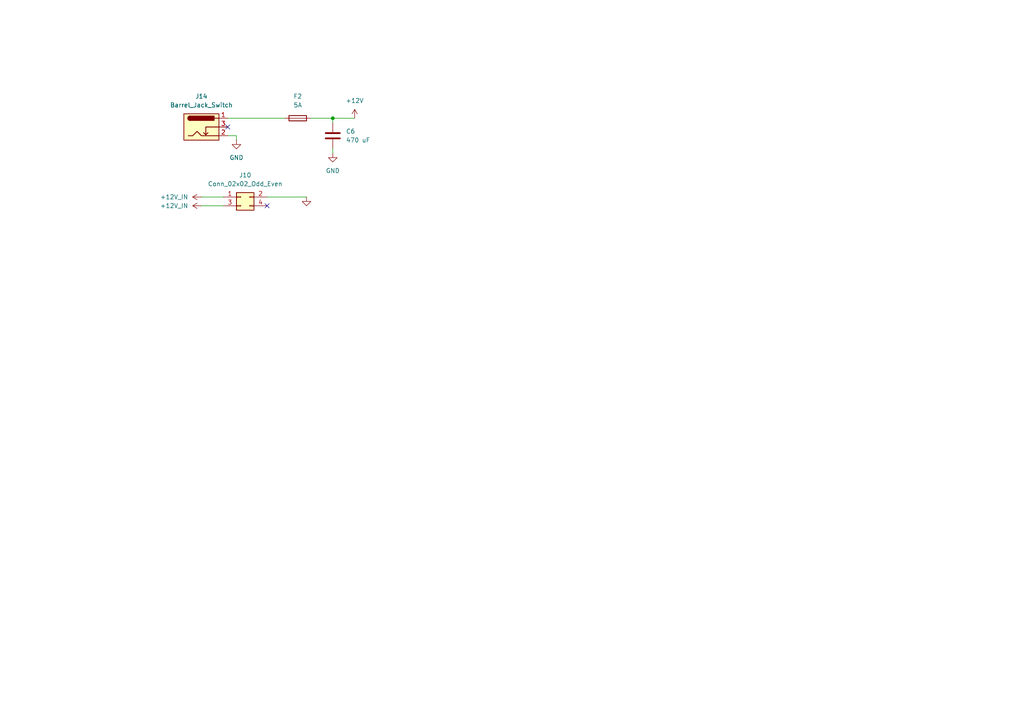
<source format=kicad_sch>
(kicad_sch
	(version 20250114)
	(generator "eeschema")
	(generator_version "9.0")
	(uuid "d95ee64c-d1e3-4d0f-b6e4-566c2b6bec3b")
	(paper "A4")
	(lib_symbols
		(symbol "Connector:Barrel_Jack_Switch"
			(pin_names
				(hide yes)
			)
			(exclude_from_sim no)
			(in_bom yes)
			(on_board yes)
			(property "Reference" "J"
				(at 0 5.334 0)
				(effects
					(font
						(size 1.27 1.27)
					)
				)
			)
			(property "Value" "Barrel_Jack_Switch"
				(at 0 -5.08 0)
				(effects
					(font
						(size 1.27 1.27)
					)
				)
			)
			(property "Footprint" ""
				(at 1.27 -1.016 0)
				(effects
					(font
						(size 1.27 1.27)
					)
					(hide yes)
				)
			)
			(property "Datasheet" "~"
				(at 1.27 -1.016 0)
				(effects
					(font
						(size 1.27 1.27)
					)
					(hide yes)
				)
			)
			(property "Description" "DC Barrel Jack with an internal switch"
				(at 0 0 0)
				(effects
					(font
						(size 1.27 1.27)
					)
					(hide yes)
				)
			)
			(property "ki_keywords" "DC power barrel jack connector"
				(at 0 0 0)
				(effects
					(font
						(size 1.27 1.27)
					)
					(hide yes)
				)
			)
			(property "ki_fp_filters" "BarrelJack*"
				(at 0 0 0)
				(effects
					(font
						(size 1.27 1.27)
					)
					(hide yes)
				)
			)
			(symbol "Barrel_Jack_Switch_0_1"
				(rectangle
					(start -5.08 3.81)
					(end 5.08 -3.81)
					(stroke
						(width 0.254)
						(type default)
					)
					(fill
						(type background)
					)
				)
				(polyline
					(pts
						(xy -3.81 -2.54) (xy -2.54 -2.54) (xy -1.27 -1.27) (xy 0 -2.54) (xy 2.54 -2.54) (xy 5.08 -2.54)
					)
					(stroke
						(width 0.254)
						(type default)
					)
					(fill
						(type none)
					)
				)
				(arc
					(start -3.302 1.905)
					(mid -3.9343 2.54)
					(end -3.302 3.175)
					(stroke
						(width 0.254)
						(type default)
					)
					(fill
						(type none)
					)
				)
				(arc
					(start -3.302 1.905)
					(mid -3.9343 2.54)
					(end -3.302 3.175)
					(stroke
						(width 0.254)
						(type default)
					)
					(fill
						(type outline)
					)
				)
				(polyline
					(pts
						(xy 1.27 -2.286) (xy 1.905 -1.651)
					)
					(stroke
						(width 0.254)
						(type default)
					)
					(fill
						(type none)
					)
				)
				(rectangle
					(start 3.683 3.175)
					(end -3.302 1.905)
					(stroke
						(width 0.254)
						(type default)
					)
					(fill
						(type outline)
					)
				)
				(polyline
					(pts
						(xy 5.08 2.54) (xy 3.81 2.54)
					)
					(stroke
						(width 0.254)
						(type default)
					)
					(fill
						(type none)
					)
				)
				(polyline
					(pts
						(xy 5.08 0) (xy 1.27 0) (xy 1.27 -2.286) (xy 0.635 -1.651)
					)
					(stroke
						(width 0.254)
						(type default)
					)
					(fill
						(type none)
					)
				)
			)
			(symbol "Barrel_Jack_Switch_1_1"
				(pin passive line
					(at 7.62 2.54 180)
					(length 2.54)
					(name "~"
						(effects
							(font
								(size 1.27 1.27)
							)
						)
					)
					(number "1"
						(effects
							(font
								(size 1.27 1.27)
							)
						)
					)
				)
				(pin passive line
					(at 7.62 0 180)
					(length 2.54)
					(name "~"
						(effects
							(font
								(size 1.27 1.27)
							)
						)
					)
					(number "3"
						(effects
							(font
								(size 1.27 1.27)
							)
						)
					)
				)
				(pin passive line
					(at 7.62 -2.54 180)
					(length 2.54)
					(name "~"
						(effects
							(font
								(size 1.27 1.27)
							)
						)
					)
					(number "2"
						(effects
							(font
								(size 1.27 1.27)
							)
						)
					)
				)
			)
			(embedded_fonts no)
		)
		(symbol "Connector_Generic:Conn_02x02_Odd_Even"
			(pin_names
				(offset 1.016)
				(hide yes)
			)
			(exclude_from_sim no)
			(in_bom yes)
			(on_board yes)
			(property "Reference" "J"
				(at 1.27 2.54 0)
				(effects
					(font
						(size 1.27 1.27)
					)
				)
			)
			(property "Value" "Conn_02x02_Odd_Even"
				(at 1.27 -5.08 0)
				(effects
					(font
						(size 1.27 1.27)
					)
				)
			)
			(property "Footprint" ""
				(at 0 0 0)
				(effects
					(font
						(size 1.27 1.27)
					)
					(hide yes)
				)
			)
			(property "Datasheet" "~"
				(at 0 0 0)
				(effects
					(font
						(size 1.27 1.27)
					)
					(hide yes)
				)
			)
			(property "Description" "Generic connector, double row, 02x02, odd/even pin numbering scheme (row 1 odd numbers, row 2 even numbers), script generated (kicad-library-utils/schlib/autogen/connector/)"
				(at 0 0 0)
				(effects
					(font
						(size 1.27 1.27)
					)
					(hide yes)
				)
			)
			(property "ki_keywords" "connector"
				(at 0 0 0)
				(effects
					(font
						(size 1.27 1.27)
					)
					(hide yes)
				)
			)
			(property "ki_fp_filters" "Connector*:*_2x??_*"
				(at 0 0 0)
				(effects
					(font
						(size 1.27 1.27)
					)
					(hide yes)
				)
			)
			(symbol "Conn_02x02_Odd_Even_1_1"
				(rectangle
					(start -1.27 1.27)
					(end 3.81 -3.81)
					(stroke
						(width 0.254)
						(type default)
					)
					(fill
						(type background)
					)
				)
				(rectangle
					(start -1.27 0.127)
					(end 0 -0.127)
					(stroke
						(width 0.1524)
						(type default)
					)
					(fill
						(type none)
					)
				)
				(rectangle
					(start -1.27 -2.413)
					(end 0 -2.667)
					(stroke
						(width 0.1524)
						(type default)
					)
					(fill
						(type none)
					)
				)
				(rectangle
					(start 3.81 0.127)
					(end 2.54 -0.127)
					(stroke
						(width 0.1524)
						(type default)
					)
					(fill
						(type none)
					)
				)
				(rectangle
					(start 3.81 -2.413)
					(end 2.54 -2.667)
					(stroke
						(width 0.1524)
						(type default)
					)
					(fill
						(type none)
					)
				)
				(pin passive line
					(at -5.08 0 0)
					(length 3.81)
					(name "Pin_1"
						(effects
							(font
								(size 1.27 1.27)
							)
						)
					)
					(number "1"
						(effects
							(font
								(size 1.27 1.27)
							)
						)
					)
				)
				(pin passive line
					(at -5.08 -2.54 0)
					(length 3.81)
					(name "Pin_3"
						(effects
							(font
								(size 1.27 1.27)
							)
						)
					)
					(number "3"
						(effects
							(font
								(size 1.27 1.27)
							)
						)
					)
				)
				(pin passive line
					(at 7.62 0 180)
					(length 3.81)
					(name "Pin_2"
						(effects
							(font
								(size 1.27 1.27)
							)
						)
					)
					(number "2"
						(effects
							(font
								(size 1.27 1.27)
							)
						)
					)
				)
				(pin passive line
					(at 7.62 -2.54 180)
					(length 3.81)
					(name "Pin_4"
						(effects
							(font
								(size 1.27 1.27)
							)
						)
					)
					(number "4"
						(effects
							(font
								(size 1.27 1.27)
							)
						)
					)
				)
			)
			(embedded_fonts no)
		)
		(symbol "Device:C"
			(pin_numbers
				(hide yes)
			)
			(pin_names
				(offset 0.254)
			)
			(exclude_from_sim no)
			(in_bom yes)
			(on_board yes)
			(property "Reference" "C"
				(at 0.635 2.54 0)
				(effects
					(font
						(size 1.27 1.27)
					)
					(justify left)
				)
			)
			(property "Value" "C"
				(at 0.635 -2.54 0)
				(effects
					(font
						(size 1.27 1.27)
					)
					(justify left)
				)
			)
			(property "Footprint" ""
				(at 0.9652 -3.81 0)
				(effects
					(font
						(size 1.27 1.27)
					)
					(hide yes)
				)
			)
			(property "Datasheet" "~"
				(at 0 0 0)
				(effects
					(font
						(size 1.27 1.27)
					)
					(hide yes)
				)
			)
			(property "Description" "Unpolarized capacitor"
				(at 0 0 0)
				(effects
					(font
						(size 1.27 1.27)
					)
					(hide yes)
				)
			)
			(property "ki_keywords" "cap capacitor"
				(at 0 0 0)
				(effects
					(font
						(size 1.27 1.27)
					)
					(hide yes)
				)
			)
			(property "ki_fp_filters" "C_*"
				(at 0 0 0)
				(effects
					(font
						(size 1.27 1.27)
					)
					(hide yes)
				)
			)
			(symbol "C_0_1"
				(polyline
					(pts
						(xy -2.032 0.762) (xy 2.032 0.762)
					)
					(stroke
						(width 0.508)
						(type default)
					)
					(fill
						(type none)
					)
				)
				(polyline
					(pts
						(xy -2.032 -0.762) (xy 2.032 -0.762)
					)
					(stroke
						(width 0.508)
						(type default)
					)
					(fill
						(type none)
					)
				)
			)
			(symbol "C_1_1"
				(pin passive line
					(at 0 3.81 270)
					(length 2.794)
					(name "~"
						(effects
							(font
								(size 1.27 1.27)
							)
						)
					)
					(number "1"
						(effects
							(font
								(size 1.27 1.27)
							)
						)
					)
				)
				(pin passive line
					(at 0 -3.81 90)
					(length 2.794)
					(name "~"
						(effects
							(font
								(size 1.27 1.27)
							)
						)
					)
					(number "2"
						(effects
							(font
								(size 1.27 1.27)
							)
						)
					)
				)
			)
			(embedded_fonts no)
		)
		(symbol "Device:Fuse"
			(pin_numbers
				(hide yes)
			)
			(pin_names
				(offset 0)
			)
			(exclude_from_sim no)
			(in_bom yes)
			(on_board yes)
			(property "Reference" "F"
				(at 2.032 0 90)
				(effects
					(font
						(size 1.27 1.27)
					)
				)
			)
			(property "Value" "Fuse"
				(at -1.905 0 90)
				(effects
					(font
						(size 1.27 1.27)
					)
				)
			)
			(property "Footprint" ""
				(at -1.778 0 90)
				(effects
					(font
						(size 1.27 1.27)
					)
					(hide yes)
				)
			)
			(property "Datasheet" "~"
				(at 0 0 0)
				(effects
					(font
						(size 1.27 1.27)
					)
					(hide yes)
				)
			)
			(property "Description" "Fuse"
				(at 0 0 0)
				(effects
					(font
						(size 1.27 1.27)
					)
					(hide yes)
				)
			)
			(property "ki_keywords" "fuse"
				(at 0 0 0)
				(effects
					(font
						(size 1.27 1.27)
					)
					(hide yes)
				)
			)
			(property "ki_fp_filters" "*Fuse*"
				(at 0 0 0)
				(effects
					(font
						(size 1.27 1.27)
					)
					(hide yes)
				)
			)
			(symbol "Fuse_0_1"
				(rectangle
					(start -0.762 -2.54)
					(end 0.762 2.54)
					(stroke
						(width 0.254)
						(type default)
					)
					(fill
						(type none)
					)
				)
				(polyline
					(pts
						(xy 0 2.54) (xy 0 -2.54)
					)
					(stroke
						(width 0)
						(type default)
					)
					(fill
						(type none)
					)
				)
			)
			(symbol "Fuse_1_1"
				(pin passive line
					(at 0 3.81 270)
					(length 1.27)
					(name "~"
						(effects
							(font
								(size 1.27 1.27)
							)
						)
					)
					(number "1"
						(effects
							(font
								(size 1.27 1.27)
							)
						)
					)
				)
				(pin passive line
					(at 0 -3.81 90)
					(length 1.27)
					(name "~"
						(effects
							(font
								(size 1.27 1.27)
							)
						)
					)
					(number "2"
						(effects
							(font
								(size 1.27 1.27)
							)
						)
					)
				)
			)
			(embedded_fonts no)
		)
		(symbol "power:+24V"
			(power)
			(pin_numbers
				(hide yes)
			)
			(pin_names
				(offset 0)
				(hide yes)
			)
			(exclude_from_sim no)
			(in_bom yes)
			(on_board yes)
			(property "Reference" "#PWR"
				(at 0 -3.81 0)
				(effects
					(font
						(size 1.27 1.27)
					)
					(hide yes)
				)
			)
			(property "Value" "+24V"
				(at 0 3.556 0)
				(effects
					(font
						(size 1.27 1.27)
					)
				)
			)
			(property "Footprint" ""
				(at 0 0 0)
				(effects
					(font
						(size 1.27 1.27)
					)
					(hide yes)
				)
			)
			(property "Datasheet" ""
				(at 0 0 0)
				(effects
					(font
						(size 1.27 1.27)
					)
					(hide yes)
				)
			)
			(property "Description" "Power symbol creates a global label with name \"+24V\""
				(at 0 0 0)
				(effects
					(font
						(size 1.27 1.27)
					)
					(hide yes)
				)
			)
			(property "ki_keywords" "global power"
				(at 0 0 0)
				(effects
					(font
						(size 1.27 1.27)
					)
					(hide yes)
				)
			)
			(symbol "+24V_0_1"
				(polyline
					(pts
						(xy -0.762 1.27) (xy 0 2.54)
					)
					(stroke
						(width 0)
						(type default)
					)
					(fill
						(type none)
					)
				)
				(polyline
					(pts
						(xy 0 2.54) (xy 0.762 1.27)
					)
					(stroke
						(width 0)
						(type default)
					)
					(fill
						(type none)
					)
				)
				(polyline
					(pts
						(xy 0 0) (xy 0 2.54)
					)
					(stroke
						(width 0)
						(type default)
					)
					(fill
						(type none)
					)
				)
			)
			(symbol "+24V_1_1"
				(pin power_in line
					(at 0 0 90)
					(length 0)
					(name "~"
						(effects
							(font
								(size 1.27 1.27)
							)
						)
					)
					(number "1"
						(effects
							(font
								(size 1.27 1.27)
							)
						)
					)
				)
			)
			(embedded_fonts no)
		)
		(symbol "power:GND"
			(power)
			(pin_numbers
				(hide yes)
			)
			(pin_names
				(offset 0)
				(hide yes)
			)
			(exclude_from_sim no)
			(in_bom yes)
			(on_board yes)
			(property "Reference" "#PWR"
				(at 0 -6.35 0)
				(effects
					(font
						(size 1.27 1.27)
					)
					(hide yes)
				)
			)
			(property "Value" "GND"
				(at 0 -3.81 0)
				(effects
					(font
						(size 1.27 1.27)
					)
				)
			)
			(property "Footprint" ""
				(at 0 0 0)
				(effects
					(font
						(size 1.27 1.27)
					)
					(hide yes)
				)
			)
			(property "Datasheet" ""
				(at 0 0 0)
				(effects
					(font
						(size 1.27 1.27)
					)
					(hide yes)
				)
			)
			(property "Description" "Power symbol creates a global label with name \"GND\" , ground"
				(at 0 0 0)
				(effects
					(font
						(size 1.27 1.27)
					)
					(hide yes)
				)
			)
			(property "ki_keywords" "global power"
				(at 0 0 0)
				(effects
					(font
						(size 1.27 1.27)
					)
					(hide yes)
				)
			)
			(symbol "GND_0_1"
				(polyline
					(pts
						(xy 0 0) (xy 0 -1.27) (xy 1.27 -1.27) (xy 0 -2.54) (xy -1.27 -1.27) (xy 0 -1.27)
					)
					(stroke
						(width 0)
						(type default)
					)
					(fill
						(type none)
					)
				)
			)
			(symbol "GND_1_1"
				(pin power_in line
					(at 0 0 270)
					(length 0)
					(name "~"
						(effects
							(font
								(size 1.27 1.27)
							)
						)
					)
					(number "1"
						(effects
							(font
								(size 1.27 1.27)
							)
						)
					)
				)
			)
			(embedded_fonts no)
		)
	)
	(junction
		(at 96.52 34.29)
		(diameter 0)
		(color 0 0 0 0)
		(uuid "5056f9b5-8a72-4f7f-bb0c-d19cae85fe25")
	)
	(no_connect
		(at 77.47 59.69)
		(uuid "37e7169d-64eb-4c21-99f9-b93686cff45b")
	)
	(no_connect
		(at 66.04 36.83)
		(uuid "7ef0fb59-8950-4579-8ed2-b40fad960908")
	)
	(wire
		(pts
			(xy 58.42 57.15) (xy 64.77 57.15)
		)
		(stroke
			(width 0)
			(type default)
		)
		(uuid "0005ea95-db09-4864-ae04-f1c5e7cacaae")
	)
	(wire
		(pts
			(xy 96.52 35.56) (xy 96.52 34.29)
		)
		(stroke
			(width 0)
			(type default)
		)
		(uuid "09eff7ba-c64c-4ade-8fd0-47beb07fa485")
	)
	(wire
		(pts
			(xy 96.52 34.29) (xy 102.87 34.29)
		)
		(stroke
			(width 0)
			(type default)
		)
		(uuid "28ac6df3-1711-46fc-8bce-4d51bbea74f6")
	)
	(wire
		(pts
			(xy 66.04 34.29) (xy 82.55 34.29)
		)
		(stroke
			(width 0)
			(type default)
		)
		(uuid "69230b66-d653-4c37-94ff-916f824ba5fb")
	)
	(wire
		(pts
			(xy 77.47 57.15) (xy 88.9 57.15)
		)
		(stroke
			(width 0)
			(type default)
		)
		(uuid "88057486-85ff-4c46-93fa-34a425330cf0")
	)
	(wire
		(pts
			(xy 96.52 43.18) (xy 96.52 44.45)
		)
		(stroke
			(width 0)
			(type default)
		)
		(uuid "9df08309-3e67-4d02-a473-90be4484a3f2")
	)
	(wire
		(pts
			(xy 96.52 34.29) (xy 90.17 34.29)
		)
		(stroke
			(width 0)
			(type default)
		)
		(uuid "ac85f570-c31c-4254-b166-45819f346b61")
	)
	(wire
		(pts
			(xy 68.58 39.37) (xy 68.58 40.64)
		)
		(stroke
			(width 0)
			(type default)
		)
		(uuid "cd1ed42d-42e7-499c-8f89-0ed3ae1d03e4")
	)
	(wire
		(pts
			(xy 58.42 59.69) (xy 64.77 59.69)
		)
		(stroke
			(width 0)
			(type default)
		)
		(uuid "da8c0d26-9a83-46a1-bad7-1eff6f9da670")
	)
	(wire
		(pts
			(xy 66.04 39.37) (xy 68.58 39.37)
		)
		(stroke
			(width 0)
			(type default)
		)
		(uuid "f0e91841-b627-4527-93f5-03f83ccffa8c")
	)
	(symbol
		(lib_id "power:+24V")
		(at 58.42 57.15 90)
		(mirror x)
		(unit 1)
		(exclude_from_sim no)
		(in_bom yes)
		(on_board yes)
		(dnp no)
		(fields_autoplaced yes)
		(uuid "2137e4f9-1573-49f3-b5b3-da44441d298b")
		(property "Reference" "#PWR029"
			(at 62.23 57.15 0)
			(effects
				(font
					(size 1.27 1.27)
				)
				(hide yes)
			)
		)
		(property "Value" "+12V_IN"
			(at 54.61 57.1499 90)
			(effects
				(font
					(size 1.27 1.27)
				)
				(justify left)
			)
		)
		(property "Footprint" ""
			(at 58.42 57.15 0)
			(effects
				(font
					(size 1.27 1.27)
				)
				(hide yes)
			)
		)
		(property "Datasheet" ""
			(at 58.42 57.15 0)
			(effects
				(font
					(size 1.27 1.27)
				)
				(hide yes)
			)
		)
		(property "Description" "Power symbol creates a global label with name \"+24V\""
			(at 58.42 57.15 0)
			(effects
				(font
					(size 1.27 1.27)
				)
				(hide yes)
			)
		)
		(pin "1"
			(uuid "f6dc0e6b-465c-4c06-bc3d-9d977b15602a")
		)
		(instances
			(project "TSOMProject"
				(path "/f13eb969-5de0-437e-a1b7-e0204111e0b2/3dfa5878-c6a8-4afa-a50e-575ab1e49328"
					(reference "#PWR029")
					(unit 1)
				)
			)
		)
	)
	(symbol
		(lib_id "power:GND")
		(at 68.58 40.64 0)
		(unit 1)
		(exclude_from_sim no)
		(in_bom yes)
		(on_board yes)
		(dnp no)
		(fields_autoplaced yes)
		(uuid "2e81e792-ebd1-479b-875b-cb94ca98ab56")
		(property "Reference" "#PWR046"
			(at 68.58 46.99 0)
			(effects
				(font
					(size 1.27 1.27)
				)
				(hide yes)
			)
		)
		(property "Value" "GND"
			(at 68.58 45.72 0)
			(effects
				(font
					(size 1.27 1.27)
				)
			)
		)
		(property "Footprint" ""
			(at 68.58 40.64 0)
			(effects
				(font
					(size 1.27 1.27)
				)
				(hide yes)
			)
		)
		(property "Datasheet" ""
			(at 68.58 40.64 0)
			(effects
				(font
					(size 1.27 1.27)
				)
				(hide yes)
			)
		)
		(property "Description" "Power symbol creates a global label with name \"GND\" , ground"
			(at 68.58 40.64 0)
			(effects
				(font
					(size 1.27 1.27)
				)
				(hide yes)
			)
		)
		(pin "1"
			(uuid "b346ceb3-c348-4849-a191-a1855f1061a7")
		)
		(instances
			(project ""
				(path "/f13eb969-5de0-437e-a1b7-e0204111e0b2/3dfa5878-c6a8-4afa-a50e-575ab1e49328"
					(reference "#PWR046")
					(unit 1)
				)
			)
		)
	)
	(symbol
		(lib_id "Device:Fuse")
		(at 86.36 34.29 90)
		(unit 1)
		(exclude_from_sim no)
		(in_bom yes)
		(on_board yes)
		(dnp no)
		(fields_autoplaced yes)
		(uuid "36965185-f08d-45d5-86bf-f7eef8ed092f")
		(property "Reference" "F2"
			(at 86.36 27.94 90)
			(effects
				(font
					(size 1.27 1.27)
				)
			)
		)
		(property "Value" "5A"
			(at 86.36 30.48 90)
			(effects
				(font
					(size 1.27 1.27)
				)
			)
		)
		(property "Footprint" ""
			(at 86.36 36.068 90)
			(effects
				(font
					(size 1.27 1.27)
				)
				(hide yes)
			)
		)
		(property "Datasheet" "~"
			(at 86.36 34.29 0)
			(effects
				(font
					(size 1.27 1.27)
				)
				(hide yes)
			)
		)
		(property "Description" "Fuse"
			(at 86.36 34.29 0)
			(effects
				(font
					(size 1.27 1.27)
				)
				(hide yes)
			)
		)
		(pin "1"
			(uuid "559dc44b-36cf-4a7d-940f-03acadac1e37")
		)
		(pin "2"
			(uuid "7ee93998-682b-4426-a166-163084b78f24")
		)
		(instances
			(project "TSOMProject"
				(path "/f13eb969-5de0-437e-a1b7-e0204111e0b2/3dfa5878-c6a8-4afa-a50e-575ab1e49328"
					(reference "F2")
					(unit 1)
				)
			)
		)
	)
	(symbol
		(lib_id "power:+24V")
		(at 102.87 34.29 0)
		(mirror y)
		(unit 1)
		(exclude_from_sim no)
		(in_bom yes)
		(on_board yes)
		(dnp no)
		(fields_autoplaced yes)
		(uuid "3d9b6966-9206-4933-ae80-a7c511d539f1")
		(property "Reference" "#PWR050"
			(at 102.87 38.1 0)
			(effects
				(font
					(size 1.27 1.27)
				)
				(hide yes)
			)
		)
		(property "Value" "+12V"
			(at 102.87 29.21 0)
			(effects
				(font
					(size 1.27 1.27)
				)
			)
		)
		(property "Footprint" ""
			(at 102.87 34.29 0)
			(effects
				(font
					(size 1.27 1.27)
				)
				(hide yes)
			)
		)
		(property "Datasheet" ""
			(at 102.87 34.29 0)
			(effects
				(font
					(size 1.27 1.27)
				)
				(hide yes)
			)
		)
		(property "Description" "Power symbol creates a global label with name \"+24V\""
			(at 102.87 34.29 0)
			(effects
				(font
					(size 1.27 1.27)
				)
				(hide yes)
			)
		)
		(pin "1"
			(uuid "7433b7e8-e11a-4788-981d-e59950d9bf3e")
		)
		(instances
			(project "TSOMProject"
				(path "/f13eb969-5de0-437e-a1b7-e0204111e0b2/3dfa5878-c6a8-4afa-a50e-575ab1e49328"
					(reference "#PWR050")
					(unit 1)
				)
			)
		)
	)
	(symbol
		(lib_id "Connector:Barrel_Jack_Switch")
		(at 58.42 36.83 0)
		(unit 1)
		(exclude_from_sim no)
		(in_bom yes)
		(on_board yes)
		(dnp no)
		(fields_autoplaced yes)
		(uuid "4cdd47c1-6d44-4237-8ad9-b26cd9450400")
		(property "Reference" "J14"
			(at 58.42 27.94 0)
			(effects
				(font
					(size 1.27 1.27)
				)
			)
		)
		(property "Value" "Barrel_Jack_Switch"
			(at 58.42 30.48 0)
			(effects
				(font
					(size 1.27 1.27)
				)
			)
		)
		(property "Footprint" ""
			(at 59.69 37.846 0)
			(effects
				(font
					(size 1.27 1.27)
				)
				(hide yes)
			)
		)
		(property "Datasheet" "~"
			(at 59.69 37.846 0)
			(effects
				(font
					(size 1.27 1.27)
				)
				(hide yes)
			)
		)
		(property "Description" "DC Barrel Jack with an internal switch"
			(at 58.42 36.83 0)
			(effects
				(font
					(size 1.27 1.27)
				)
				(hide yes)
			)
		)
		(pin "3"
			(uuid "5f698af2-8b0d-44af-bffb-7afb276e947f")
		)
		(pin "2"
			(uuid "a4d9a101-c6fb-41a6-83d8-18f958176346")
		)
		(pin "1"
			(uuid "69661811-9b41-43f4-89d8-ad25e368a969")
		)
		(instances
			(project ""
				(path "/f13eb969-5de0-437e-a1b7-e0204111e0b2/3dfa5878-c6a8-4afa-a50e-575ab1e49328"
					(reference "J14")
					(unit 1)
				)
			)
		)
	)
	(symbol
		(lib_id "power:GND")
		(at 96.52 44.45 0)
		(unit 1)
		(exclude_from_sim no)
		(in_bom yes)
		(on_board yes)
		(dnp no)
		(fields_autoplaced yes)
		(uuid "624be049-cce9-49cd-9d88-46927fc1c90a")
		(property "Reference" "#PWR048"
			(at 96.52 50.8 0)
			(effects
				(font
					(size 1.27 1.27)
				)
				(hide yes)
			)
		)
		(property "Value" "GND"
			(at 96.52 49.53 0)
			(effects
				(font
					(size 1.27 1.27)
				)
			)
		)
		(property "Footprint" ""
			(at 96.52 44.45 0)
			(effects
				(font
					(size 1.27 1.27)
				)
				(hide yes)
			)
		)
		(property "Datasheet" ""
			(at 96.52 44.45 0)
			(effects
				(font
					(size 1.27 1.27)
				)
				(hide yes)
			)
		)
		(property "Description" "Power symbol creates a global label with name \"GND\" , ground"
			(at 96.52 44.45 0)
			(effects
				(font
					(size 1.27 1.27)
				)
				(hide yes)
			)
		)
		(pin "1"
			(uuid "404e7316-31d8-499e-97c0-79f939756447")
		)
		(instances
			(project "TSOMProject"
				(path "/f13eb969-5de0-437e-a1b7-e0204111e0b2/3dfa5878-c6a8-4afa-a50e-575ab1e49328"
					(reference "#PWR048")
					(unit 1)
				)
			)
		)
	)
	(symbol
		(lib_id "power:+24V")
		(at 58.42 59.69 90)
		(mirror x)
		(unit 1)
		(exclude_from_sim no)
		(in_bom yes)
		(on_board yes)
		(dnp no)
		(fields_autoplaced yes)
		(uuid "73b53610-2bbc-480e-a1c0-feb776ad8645")
		(property "Reference" "#PWR044"
			(at 62.23 59.69 0)
			(effects
				(font
					(size 1.27 1.27)
				)
				(hide yes)
			)
		)
		(property "Value" "+12V_IN"
			(at 54.61 59.6899 90)
			(effects
				(font
					(size 1.27 1.27)
				)
				(justify left)
			)
		)
		(property "Footprint" ""
			(at 58.42 59.69 0)
			(effects
				(font
					(size 1.27 1.27)
				)
				(hide yes)
			)
		)
		(property "Datasheet" ""
			(at 58.42 59.69 0)
			(effects
				(font
					(size 1.27 1.27)
				)
				(hide yes)
			)
		)
		(property "Description" "Power symbol creates a global label with name \"+24V\""
			(at 58.42 59.69 0)
			(effects
				(font
					(size 1.27 1.27)
				)
				(hide yes)
			)
		)
		(pin "1"
			(uuid "a832371a-8799-4b5f-bee3-b14b79b20f98")
		)
		(instances
			(project "TSOMProject"
				(path "/f13eb969-5de0-437e-a1b7-e0204111e0b2/3dfa5878-c6a8-4afa-a50e-575ab1e49328"
					(reference "#PWR044")
					(unit 1)
				)
			)
		)
	)
	(symbol
		(lib_id "Device:C")
		(at 96.52 39.37 0)
		(unit 1)
		(exclude_from_sim no)
		(in_bom yes)
		(on_board yes)
		(dnp no)
		(fields_autoplaced yes)
		(uuid "b5e009f2-bbc8-49d1-b978-d2cec93e71c4")
		(property "Reference" "C6"
			(at 100.33 38.0999 0)
			(effects
				(font
					(size 1.27 1.27)
				)
				(justify left)
			)
		)
		(property "Value" "470 uF"
			(at 100.33 40.6399 0)
			(effects
				(font
					(size 1.27 1.27)
				)
				(justify left)
			)
		)
		(property "Footprint" ""
			(at 97.4852 43.18 0)
			(effects
				(font
					(size 1.27 1.27)
				)
				(hide yes)
			)
		)
		(property "Datasheet" "~"
			(at 96.52 39.37 0)
			(effects
				(font
					(size 1.27 1.27)
				)
				(hide yes)
			)
		)
		(property "Description" "Unpolarized capacitor"
			(at 96.52 39.37 0)
			(effects
				(font
					(size 1.27 1.27)
				)
				(hide yes)
			)
		)
		(pin "2"
			(uuid "f7a09d5a-30c9-4822-80eb-fe4ef476d79b")
		)
		(pin "1"
			(uuid "89ac17f2-293a-4b57-81c8-99c24249a227")
		)
		(instances
			(project "TSOMProject"
				(path "/f13eb969-5de0-437e-a1b7-e0204111e0b2/3dfa5878-c6a8-4afa-a50e-575ab1e49328"
					(reference "C6")
					(unit 1)
				)
			)
		)
	)
	(symbol
		(lib_id "power:GND")
		(at 88.9 57.15 0)
		(unit 1)
		(exclude_from_sim no)
		(in_bom yes)
		(on_board yes)
		(dnp no)
		(fields_autoplaced yes)
		(uuid "ecc080bf-a4bd-4ef0-ae9b-dc2fa145451e")
		(property "Reference" "#PWR042"
			(at 88.9 63.5 0)
			(effects
				(font
					(size 1.27 1.27)
				)
				(hide yes)
			)
		)
		(property "Value" "GND"
			(at 88.9 62.23 0)
			(effects
				(font
					(size 1.27 1.27)
				)
				(hide yes)
			)
		)
		(property "Footprint" ""
			(at 88.9 57.15 0)
			(effects
				(font
					(size 1.27 1.27)
				)
				(hide yes)
			)
		)
		(property "Datasheet" ""
			(at 88.9 57.15 0)
			(effects
				(font
					(size 1.27 1.27)
				)
				(hide yes)
			)
		)
		(property "Description" "Power symbol creates a global label with name \"GND\" , ground"
			(at 88.9 57.15 0)
			(effects
				(font
					(size 1.27 1.27)
				)
				(hide yes)
			)
		)
		(pin "1"
			(uuid "bbec9edb-cb0d-4726-86cc-88aa0665edef")
		)
		(instances
			(project "TSOMProject"
				(path "/f13eb969-5de0-437e-a1b7-e0204111e0b2/3dfa5878-c6a8-4afa-a50e-575ab1e49328"
					(reference "#PWR042")
					(unit 1)
				)
			)
		)
	)
	(symbol
		(lib_id "Connector_Generic:Conn_02x02_Odd_Even")
		(at 69.85 57.15 0)
		(unit 1)
		(exclude_from_sim no)
		(in_bom yes)
		(on_board yes)
		(dnp no)
		(fields_autoplaced yes)
		(uuid "ef1cf269-b62f-43c1-950a-59da5e22e644")
		(property "Reference" "J10"
			(at 71.12 50.8 0)
			(effects
				(font
					(size 1.27 1.27)
				)
			)
		)
		(property "Value" "Conn_02x02_Odd_Even"
			(at 71.12 53.34 0)
			(effects
				(font
					(size 1.27 1.27)
				)
			)
		)
		(property "Footprint" ""
			(at 69.85 57.15 0)
			(effects
				(font
					(size 1.27 1.27)
				)
				(hide yes)
			)
		)
		(property "Datasheet" "~"
			(at 69.85 57.15 0)
			(effects
				(font
					(size 1.27 1.27)
				)
				(hide yes)
			)
		)
		(property "Description" "Generic connector, double row, 02x02, odd/even pin numbering scheme (row 1 odd numbers, row 2 even numbers), script generated (kicad-library-utils/schlib/autogen/connector/)"
			(at 69.85 57.15 0)
			(effects
				(font
					(size 1.27 1.27)
				)
				(hide yes)
			)
		)
		(pin "3"
			(uuid "2f0e94cb-36c4-4760-b8b4-6d750783b7d5")
		)
		(pin "1"
			(uuid "4d19ce0c-093a-45d0-bdef-560abb28f675")
		)
		(pin "2"
			(uuid "c3917a41-b71d-48c2-8cd5-32c8609c4562")
		)
		(pin "4"
			(uuid "88b9e96f-a8a4-43bd-a329-d96efb49bab8")
		)
		(instances
			(project ""
				(path "/f13eb969-5de0-437e-a1b7-e0204111e0b2/3dfa5878-c6a8-4afa-a50e-575ab1e49328"
					(reference "J10")
					(unit 1)
				)
			)
		)
	)
)

</source>
